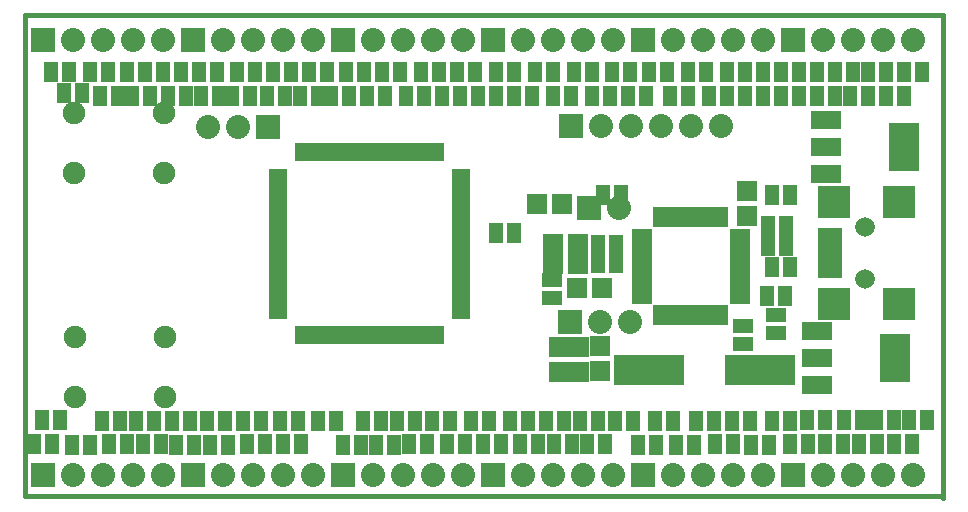
<source format=gts>
G04 (created by PCBNEW-RS274X (2012-01-19 BZR 3256)-stable) date Tue 07 Aug 2012 08:30:04 PM COT*
G01*
G70*
G90*
%MOIN*%
G04 Gerber Fmt 3.4, Leading zero omitted, Abs format*
%FSLAX34Y34*%
G04 APERTURE LIST*
%ADD10C,0.006000*%
%ADD11C,0.015000*%
%ADD12R,0.080000X0.080000*%
%ADD13C,0.080000*%
%ADD14R,0.030000X0.060000*%
%ADD15R,0.060000X0.030000*%
%ADD16C,0.075000*%
%ADD17R,0.100000X0.164000*%
%ADD18R,0.100000X0.060000*%
%ADD19R,0.067200X0.067200*%
%ADD20R,0.045000X0.065000*%
%ADD21R,0.236500X0.098700*%
%ADD22R,0.067200X0.031800*%
%ADD23R,0.031800X0.067200*%
%ADD24R,0.065000X0.045000*%
%ADD25C,0.065400*%
%ADD26R,0.083000X0.041700*%
%ADD27R,0.110600X0.106600*%
G04 APERTURE END LIST*
G54D10*
G54D11*
X39400Y-34450D02*
X39400Y-18400D01*
X70000Y-34450D02*
X39400Y-34450D01*
X70000Y-34400D02*
X70000Y-34450D01*
X70000Y-34500D02*
X70000Y-34400D01*
X70000Y-34400D02*
X70000Y-34500D01*
X70000Y-18400D02*
X70000Y-34400D01*
X39400Y-18400D02*
X70000Y-18400D01*
G54D12*
X47475Y-22150D03*
G54D13*
X46475Y-22150D03*
X45475Y-22150D03*
G54D14*
X48506Y-22993D03*
X53226Y-22993D03*
X53026Y-22993D03*
X52836Y-22993D03*
X52636Y-22993D03*
X52436Y-22993D03*
X52246Y-22993D03*
X52046Y-22993D03*
X51846Y-22993D03*
X51656Y-22993D03*
X51456Y-22993D03*
X51256Y-22993D03*
X51056Y-22993D03*
X50866Y-22993D03*
X50666Y-22993D03*
X50466Y-22993D03*
X50276Y-22993D03*
X50076Y-22993D03*
X49876Y-22993D03*
X49686Y-22993D03*
X49486Y-22993D03*
X49286Y-22993D03*
X49096Y-22993D03*
X48896Y-22993D03*
X48696Y-22993D03*
G54D15*
X53916Y-23683D03*
X53916Y-28403D03*
X53916Y-28203D03*
X53916Y-28013D03*
X53916Y-27813D03*
X53916Y-27613D03*
X53916Y-27423D03*
X53916Y-27223D03*
X53916Y-27023D03*
X53916Y-26833D03*
X53916Y-26633D03*
X53916Y-26433D03*
X53916Y-26233D03*
X53916Y-26043D03*
X53916Y-25843D03*
X53916Y-25643D03*
X53916Y-25453D03*
X53916Y-25253D03*
X53916Y-25053D03*
X53916Y-24863D03*
X53916Y-24663D03*
X53916Y-24463D03*
X53916Y-24273D03*
X53916Y-24073D03*
X53916Y-23873D03*
X47816Y-23683D03*
X47816Y-23883D03*
X47816Y-24073D03*
X47816Y-24273D03*
X47816Y-24473D03*
X47816Y-24663D03*
X47816Y-24863D03*
X47816Y-25063D03*
X47816Y-25253D03*
X47816Y-25453D03*
X47816Y-25653D03*
X47816Y-25853D03*
X47816Y-26043D03*
X47816Y-26243D03*
X47816Y-26443D03*
X47816Y-26633D03*
X47816Y-26833D03*
X47816Y-27033D03*
X47816Y-27223D03*
X47816Y-27423D03*
X47816Y-27623D03*
X47816Y-27813D03*
X47816Y-28013D03*
X47816Y-28213D03*
X47816Y-28403D03*
G54D14*
X48506Y-29093D03*
X48706Y-29093D03*
X48896Y-29093D03*
X49096Y-29093D03*
X49296Y-29093D03*
X49486Y-29093D03*
X49686Y-29093D03*
X49886Y-29093D03*
X50076Y-29093D03*
X50276Y-29093D03*
X50476Y-29093D03*
X50676Y-29093D03*
X50866Y-29093D03*
X51066Y-29093D03*
X51266Y-29093D03*
X51456Y-29093D03*
X51656Y-29093D03*
X51856Y-29093D03*
X52046Y-29093D03*
X52246Y-29093D03*
X52446Y-29093D03*
X52636Y-29093D03*
X52836Y-29093D03*
X53036Y-29093D03*
X53226Y-29093D03*
G54D16*
X41069Y-31157D03*
X41069Y-29157D03*
X44069Y-31157D03*
X44069Y-29157D03*
X44020Y-21697D03*
X44020Y-23697D03*
X41020Y-21697D03*
X41020Y-23697D03*
G54D17*
X68700Y-22800D03*
G54D18*
X66100Y-22800D03*
X66100Y-23700D03*
X66100Y-21900D03*
G54D17*
X68400Y-29850D03*
G54D18*
X65800Y-29850D03*
X65800Y-30750D03*
X65800Y-28950D03*
G54D19*
X63450Y-25113D03*
X63450Y-24287D03*
X56462Y-24725D03*
X57288Y-24725D03*
X57787Y-27500D03*
X58613Y-27500D03*
G54D20*
X64300Y-24400D03*
X64900Y-24400D03*
G54D19*
X56989Y-26063D03*
X57815Y-26063D03*
X56989Y-26713D03*
X57815Y-26713D03*
G54D21*
X63900Y-30250D03*
X60200Y-30250D03*
G54D22*
X63208Y-27873D03*
X63208Y-27676D03*
X63208Y-27479D03*
X63208Y-27283D03*
X63208Y-27086D03*
X63208Y-26889D03*
X63208Y-26693D03*
X63208Y-26496D03*
X63208Y-26299D03*
X63208Y-26103D03*
X63208Y-25906D03*
X63208Y-25709D03*
G54D23*
X62657Y-25158D03*
X62460Y-25158D03*
X62263Y-25158D03*
X62067Y-25158D03*
X61870Y-25158D03*
X61673Y-25158D03*
X61477Y-25158D03*
X61280Y-25158D03*
X61083Y-25158D03*
X60887Y-25158D03*
X60690Y-25158D03*
X60493Y-25158D03*
G54D22*
X59942Y-25709D03*
X59942Y-25906D03*
X59942Y-26103D03*
X59942Y-26299D03*
X59942Y-26496D03*
X59942Y-26693D03*
X59942Y-26889D03*
X59942Y-27086D03*
X59942Y-27283D03*
X59942Y-27479D03*
X59942Y-27676D03*
X59942Y-27873D03*
G54D23*
X60493Y-28424D03*
X60690Y-28424D03*
X60887Y-28424D03*
X61083Y-28424D03*
X61280Y-28424D03*
X61477Y-28424D03*
X61673Y-28424D03*
X61870Y-28424D03*
X62067Y-28424D03*
X62263Y-28424D03*
X62460Y-28424D03*
X62657Y-28424D03*
G54D12*
X60000Y-33750D03*
G54D13*
X61000Y-33750D03*
X62000Y-33750D03*
X63000Y-33750D03*
X64000Y-33750D03*
G54D12*
X55000Y-33750D03*
G54D13*
X56000Y-33750D03*
X57000Y-33750D03*
X58000Y-33750D03*
X59000Y-33750D03*
G54D12*
X50000Y-33750D03*
G54D13*
X51000Y-33750D03*
X52000Y-33750D03*
X53000Y-33750D03*
X54000Y-33750D03*
G54D12*
X45000Y-33750D03*
G54D13*
X46000Y-33750D03*
X47000Y-33750D03*
X48000Y-33750D03*
X49000Y-33750D03*
G54D12*
X40000Y-33750D03*
G54D13*
X41000Y-33750D03*
X42000Y-33750D03*
X43000Y-33750D03*
X44000Y-33750D03*
G54D12*
X45000Y-19250D03*
G54D13*
X46000Y-19250D03*
X47000Y-19250D03*
X48000Y-19250D03*
X49000Y-19250D03*
G54D12*
X40000Y-19250D03*
G54D13*
X41000Y-19250D03*
X42000Y-19250D03*
X43000Y-19250D03*
X44000Y-19250D03*
G54D12*
X65000Y-19250D03*
G54D13*
X66000Y-19250D03*
X67000Y-19250D03*
X68000Y-19250D03*
X69000Y-19250D03*
G54D12*
X60000Y-19250D03*
G54D13*
X61000Y-19250D03*
X62000Y-19250D03*
X63000Y-19250D03*
X64000Y-19250D03*
G54D12*
X55000Y-19250D03*
G54D13*
X56000Y-19250D03*
X57000Y-19250D03*
X58000Y-19250D03*
X59000Y-19250D03*
G54D12*
X65000Y-33750D03*
G54D13*
X66000Y-33750D03*
X67000Y-33750D03*
X68000Y-33750D03*
X69000Y-33750D03*
G54D12*
X50000Y-19250D03*
G54D13*
X51000Y-19250D03*
X52000Y-19250D03*
X53000Y-19250D03*
X54000Y-19250D03*
G54D12*
X57550Y-28650D03*
G54D13*
X58550Y-28650D03*
X59550Y-28650D03*
G54D20*
X43325Y-32725D03*
X43925Y-32725D03*
X42200Y-32725D03*
X42800Y-32725D03*
X40950Y-32750D03*
X41550Y-32750D03*
X39700Y-32725D03*
X40300Y-32725D03*
X69450Y-31900D03*
X68850Y-31900D03*
X68350Y-31900D03*
X67750Y-31900D03*
X67300Y-31900D03*
X66700Y-31900D03*
X66050Y-31900D03*
X65450Y-31900D03*
X64900Y-31950D03*
X64300Y-31950D03*
X63550Y-31950D03*
X62950Y-31950D03*
X62350Y-31950D03*
X61750Y-31950D03*
X61000Y-31950D03*
X60400Y-31950D03*
X59650Y-31950D03*
X59050Y-31950D03*
X57900Y-31950D03*
X58500Y-31950D03*
X56750Y-31950D03*
X57350Y-31950D03*
X55550Y-31950D03*
X56150Y-31950D03*
X54250Y-31950D03*
X54850Y-31950D03*
X52950Y-31950D03*
X53550Y-31950D03*
X51800Y-31950D03*
X52400Y-31950D03*
X50650Y-31950D03*
X51250Y-31950D03*
X68350Y-32700D03*
X68950Y-32700D03*
X67200Y-32700D03*
X67800Y-32700D03*
X66050Y-32725D03*
X66650Y-32725D03*
X64900Y-32725D03*
X65500Y-32725D03*
X63600Y-32750D03*
X64200Y-32750D03*
X62375Y-32725D03*
X62975Y-32725D03*
X61100Y-32750D03*
X61700Y-32750D03*
X59825Y-32750D03*
X60425Y-32750D03*
X58125Y-32700D03*
X58725Y-32700D03*
X57025Y-32700D03*
X57625Y-32700D03*
X55875Y-32700D03*
X56475Y-32700D03*
X54650Y-32725D03*
X55250Y-32725D03*
X53450Y-32700D03*
X54050Y-32700D03*
X52200Y-32725D03*
X52800Y-32725D03*
X51100Y-32750D03*
X51700Y-32750D03*
X50000Y-32750D03*
X50600Y-32750D03*
X48000Y-32725D03*
X48600Y-32725D03*
X46800Y-32725D03*
X47400Y-32725D03*
X45550Y-32750D03*
X46150Y-32750D03*
X44425Y-32750D03*
X45025Y-32750D03*
X40700Y-21000D03*
X41300Y-21000D03*
X41900Y-21100D03*
X42500Y-21100D03*
X42950Y-21100D03*
X43550Y-21100D03*
X44150Y-21100D03*
X44750Y-21100D03*
X45250Y-21100D03*
X45850Y-21100D03*
X46300Y-21100D03*
X46900Y-21100D03*
X47450Y-21100D03*
X48050Y-21100D03*
X48550Y-21100D03*
X49150Y-21100D03*
X40850Y-20300D03*
X40250Y-20300D03*
X42150Y-20300D03*
X41550Y-20300D03*
X43400Y-20300D03*
X42800Y-20300D03*
X44600Y-20300D03*
X44000Y-20300D03*
X49750Y-31950D03*
X49150Y-31950D03*
X48500Y-31950D03*
X47900Y-31950D03*
X46650Y-31950D03*
X47250Y-31950D03*
X45450Y-31950D03*
X46050Y-31950D03*
X44300Y-31950D03*
X44900Y-31950D03*
X43100Y-31950D03*
X43700Y-31950D03*
X41950Y-31950D03*
X42550Y-31950D03*
X40550Y-31925D03*
X39950Y-31925D03*
X49450Y-20300D03*
X48850Y-20300D03*
X48250Y-20300D03*
X47650Y-20300D03*
X47050Y-20300D03*
X46450Y-20300D03*
X45800Y-20300D03*
X45200Y-20300D03*
X49600Y-21100D03*
X50200Y-21100D03*
X50800Y-21100D03*
X51400Y-21100D03*
X52700Y-21100D03*
X52100Y-21100D03*
X53300Y-21100D03*
X53900Y-21100D03*
X55100Y-21100D03*
X54500Y-21100D03*
X56300Y-21100D03*
X55700Y-21100D03*
X57600Y-21100D03*
X57000Y-21100D03*
X58900Y-21100D03*
X58300Y-21100D03*
X50700Y-20300D03*
X50100Y-20300D03*
X51900Y-20300D03*
X51300Y-20300D03*
X53200Y-20300D03*
X52600Y-20300D03*
X54400Y-20300D03*
X53800Y-20300D03*
X55700Y-20300D03*
X55100Y-20300D03*
X57000Y-20300D03*
X56400Y-20300D03*
X58300Y-20300D03*
X57700Y-20300D03*
X59550Y-20300D03*
X58950Y-20300D03*
G54D24*
X64409Y-29020D03*
X64409Y-28420D03*
X63327Y-28775D03*
X63327Y-29375D03*
G54D20*
X64729Y-27795D03*
X64129Y-27795D03*
X59099Y-26693D03*
X58499Y-26693D03*
X59099Y-26083D03*
X58499Y-26083D03*
G54D24*
X56969Y-27249D03*
X56969Y-27849D03*
G54D20*
X60100Y-21100D03*
X59500Y-21100D03*
X61500Y-21100D03*
X60900Y-21100D03*
X62800Y-21100D03*
X62200Y-21100D03*
X64000Y-21100D03*
X63400Y-21100D03*
X65200Y-21100D03*
X64600Y-21100D03*
X66400Y-21100D03*
X65800Y-21100D03*
X67500Y-21100D03*
X66900Y-21100D03*
X68700Y-21100D03*
X68100Y-21100D03*
X60800Y-20300D03*
X60200Y-20300D03*
X62100Y-20300D03*
X61500Y-20300D03*
X63400Y-20300D03*
X62800Y-20300D03*
X64600Y-20300D03*
X64000Y-20300D03*
X65800Y-20300D03*
X65200Y-20300D03*
X67000Y-20300D03*
X66400Y-20300D03*
X68100Y-20300D03*
X67500Y-20300D03*
X69300Y-20300D03*
X68700Y-20300D03*
X64749Y-25433D03*
X64149Y-25433D03*
X64149Y-26122D03*
X64749Y-26122D03*
X64287Y-26811D03*
X64887Y-26811D03*
X55675Y-25675D03*
X55075Y-25675D03*
G54D12*
X58200Y-24850D03*
G54D13*
X59200Y-24850D03*
G54D12*
X57600Y-22100D03*
G54D13*
X58600Y-22100D03*
X59600Y-22100D03*
X60600Y-22100D03*
X61600Y-22100D03*
X62600Y-22100D03*
G54D19*
X58550Y-30288D03*
X58550Y-29462D03*
X57850Y-30313D03*
X57850Y-29487D03*
X57200Y-30313D03*
X57200Y-29487D03*
G54D25*
X67394Y-25484D03*
X67394Y-27216D03*
G54D26*
X66232Y-26350D03*
X66232Y-26035D03*
X66232Y-25718D03*
X66232Y-26665D03*
X66234Y-26980D03*
G54D27*
X66370Y-24658D03*
X66370Y-28042D03*
X68535Y-28042D03*
X68535Y-24658D03*
G54D20*
X59250Y-24400D03*
X58650Y-24400D03*
M02*

</source>
